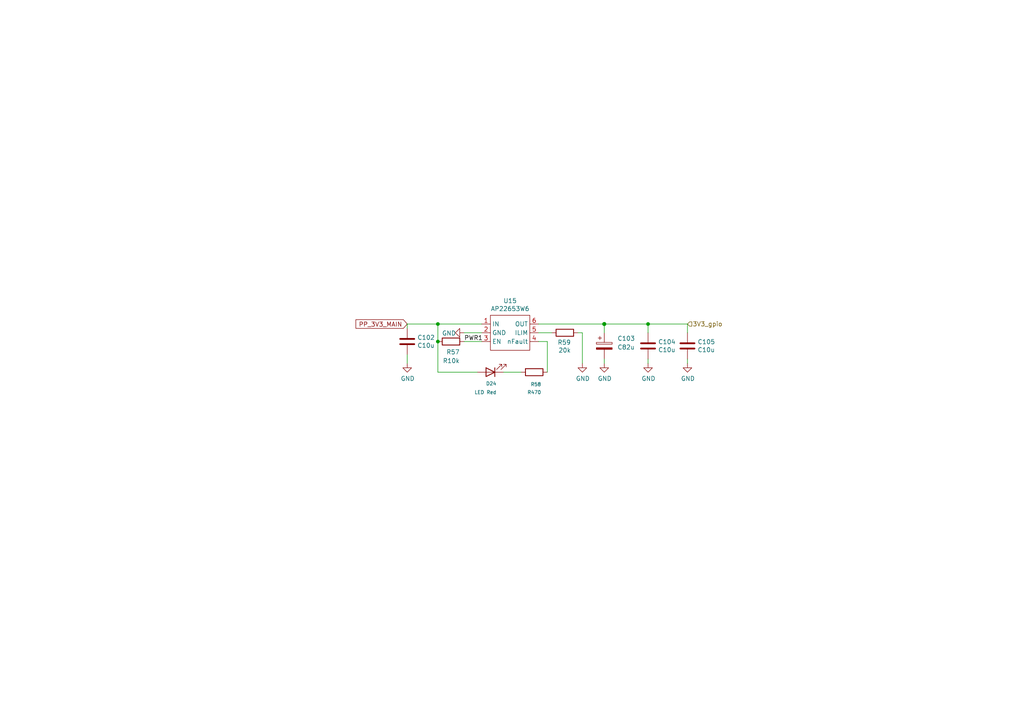
<source format=kicad_sch>
(kicad_sch (version 20231120) (generator "eeschema") (generator_version "8.0")
  (paper "A4")
  (title_block (title "MCU IO Power Protection") (date "2025-02-17") (rev "2.0") (comment 1 "Matthew Guo") (comment 2 "matthew@paisleymicro.com") (comment 3 "Matthew Guo") (comment 4 "matthew@paisleymicro.com") (comment 5 "Firefly-4") (comment 6 "PAISLEY-FC-4") (comment 7 "2025") (comment 8 "Firefly Automation Controller for RPi CM4"))
  (lib_symbols
    (symbol "CM4IO:AP2553W6"
      (property "Reference" "U" (at 3.81 -6.35 0))
      (property "Value" "AP2553W6" (at -3.81 -6.35 0))
      (symbol "AP2553W6_0_0"
        (pin power_in line (at -8.89 2.54 0) (length 2.54) (name "IN") (number "1"))
        (pin power_out line (at -8.89 0 0) (length 2.54) (name "GND") (number "2"))
        (pin input line (at -8.89 -2.54 0) (length 2.54) (name "EN") (number "3"))
        (pin open_collector line (at 7.62 -2.54 180) (length 2.54) (name "nFault") (number "4"))
        (pin passive line (at 7.62 0 180) (length 2.54) (name "ILIM") (number "5"))
        (pin power_out line (at 7.62 2.54 180) (length 2.54) (name "OUT") (number "6"))
      )
      (symbol "AP2553W6_0_1"
        (rectangle (start -6.35 5.08) (end 5.08 -5.08))
      )
    )
    (symbol "Device:C" (pin_numbers hide) (pin_names (offset 0.254))
      (property "Reference" "C" (at 0.635 2.54 0))
      (property "Value" "C" (at 0.635 -2.54 0))
      (symbol "C_0_1"
        (polyline (pts (xy -2.032 -0.762) (xy 2.032 -0.762)) (stroke (width 0.508)))
        (polyline (pts (xy -2.032 0.762) (xy 2.032 0.762)) (stroke (width 0.508)))
      )
      (symbol "C_1_1"
        (pin passive line (at 0 3.81 270) (length 2.794) (name "~") (number "1"))
        (pin passive line (at 0 -3.81 90) (length 2.794) (name "~") (number "2"))
      )
    )
    (symbol "Device:C_Polarized" (pin_numbers hide) (pin_names (offset 0.254))
      (property "Reference" "C" (at 0.635 2.54 0))
      (property "Value" "C_Polarized" (at 0.635 -2.54 0))
      (symbol "C_Polarized_0_1"
        (rectangle (start -2.286 0.508) (end 2.286 1.016))
        (polyline (pts (xy -1.778 2.286) (xy -0.762 2.286)))
        (polyline (pts (xy -1.27 2.794) (xy -1.27 1.778)))
        (rectangle (start 2.286 -0.508) (end -2.286 -1.016) (fill (type outline)))
      )
      (symbol "C_Polarized_1_1"
        (pin passive line (at 0 3.81 270) (length 2.794) (name "~") (number "1"))
        (pin passive line (at 0 -3.81 90) (length 2.794) (name "~") (number "2"))
      )
    )
    (symbol "Device:LED" (pin_numbers hide) (pin_names hide)
      (property "Reference" "D" (at 0 2.54 0))
      (property "Value" "LED" (at 0 -2.54 0))
      (symbol "LED_0_1"
        (polyline (pts (xy -1.27 -1.27) (xy -1.27 1.27)) (stroke (width 0.254)))
        (polyline (pts (xy -1.27 0) (xy 1.27 0)))
        (polyline (pts (xy 1.27 -1.27) (xy 1.27 1.27) (xy -1.27 0) (xy 1.27 -1.27)) (stroke (width 0.254)))
        (polyline (pts (xy -3.048 -0.762) (xy -4.572 -2.286) (xy -3.81 -2.286) (xy -4.572 -2.286) (xy -4.572 -1.524)))
        (polyline (pts (xy -1.778 -0.762) (xy -3.302 -2.286) (xy -2.54 -2.286) (xy -3.302 -2.286) (xy -3.302 -1.524)))
      )
      (symbol "LED_1_1"
        (pin passive line (at -3.81 0 0) (length 2.54) (name "K") (number "1"))
        (pin passive line (at 3.81 0 180) (length 2.54) (name "A") (number "2"))
      )
    )
    (symbol "Device:R" (pin_numbers hide) (pin_names (offset 0))
      (property "Reference" "R" (at 2.032 0 90))
      (property "Value" "R" (at 0 0 90))
      (symbol "R_0_1"
        (rectangle (start -1.016 -2.54) (end 1.016 2.54) (stroke (width 0.254)))
      )
      (symbol "R_1_1"
        (pin passive line (at 0 3.81 270) (length 1.27) (name "~") (number "1"))
        (pin passive line (at 0 -3.81 90) (length 1.27) (name "~") (number "2"))
      )
    )
    (symbol "power:GND" (power) (pin_names (offset 0))
      (property "Value" "GND" (at 0 -3.81 0))
      (symbol "GND_0_1"
        (polyline (pts (xy 0 0) (xy 0 -1.27) (xy 1.27 -1.27) (xy 0 -2.54) (xy -1.27 -1.27) (xy 0 -1.27)))
      )
      (symbol "GND_1_1"
        (pin power_in line (at 0 0 270) (length 0) hide (name "GND") (number "1"))
      )
    )
  )
  (junction (at 175.26 93.98) (diameter 1.016))
  (junction (at 127 93.98))
  (junction (at 187.96 93.98))
  (junction (at 127 99.06))
  (wire (pts (xy 156.21 93.98) (xy 175.26 93.98)))
  (wire (pts (xy 158.75 99.06) (xy 158.75 107.95)))
  (wire (pts (xy 127 93.98) (xy 127 99.06)))
  (wire (pts (xy 156.21 99.06) (xy 158.75 99.06)))
  (wire (pts (xy 199.39 105.41) (xy 199.39 104.14)))
  (wire (pts (xy 127 107.95) (xy 127 99.06)))
  (wire (pts (xy 134.62 99.06) (xy 139.7 99.06)))
  (wire (pts (xy 127 93.98) (xy 139.7 93.98)))
  (wire (pts (xy 118.11 95.25) (xy 118.11 93.98)))
  (wire (pts (xy 175.26 93.98) (xy 175.26 96.52)))
  (wire (pts (xy 138.43 107.95) (xy 127 107.95)))
  (wire (pts (xy 168.91 96.52) (xy 168.91 105.41)))
  (wire (pts (xy 175.26 93.98) (xy 187.96 93.98)))
  (wire (pts (xy 199.39 93.98) (xy 199.39 96.52)))
  (wire (pts (xy 118.11 105.41) (xy 118.11 102.87)))
  (wire (pts (xy 167.64 96.52) (xy 168.91 96.52)))
  (wire (pts (xy 187.96 105.41) (xy 187.96 104.14)))
  (wire (pts (xy 156.21 96.52) (xy 160.02 96.52)))
  (wire (pts (xy 187.96 93.98) (xy 199.39 93.98)))
  (wire (pts (xy 146.05 107.95) (xy 151.13 107.95)))
  (wire (pts (xy 187.96 96.52) (xy 187.96 93.98)))
  (wire (pts (xy 118.11 93.98) (xy 127 93.98)))
  (wire (pts (xy 134.62 96.52) (xy 139.7 96.52)))
  (wire (pts (xy 175.26 105.41) (xy 175.26 104.14)))
  (label "PWR1" (at 134.62 99.06 0))
  (global_label "PP_3V3_MAIN" (shape input) (at 118.11 93.98 180) (property "Intersheetrefs" "${INTERSHEET_REFS}" (effects (hide yes))))
  (hierarchical_label "3V3_gpio" (shape input) (at 199.39 93.98 0))
  (symbol (lib_id "power:GND") (at 175.26 105.41 0) (unit 1)
    (property "Reference" "#PWR075" (effects (hide yes)))
    (property "Value" "GND" (at 175.387 109.8042 0))
  )
  (symbol (lib_id "power:GND") (at 168.91 105.41 0) (unit 1)
    (property "Reference" "#PWR074" (effects (hide yes)))
    (property "Value" "GND" (at 169.037 109.8042 0))
  )
  (symbol (lib_id "Device:C_Polarized") (at 175.26 100.33 0) (unit 1)
    (property "Reference" "C103" (at 179.07 98.171 0) (effects (justify left)))
    (property "Value" "C82u" (at 179.07 100.711 0) (effects (justify left)))
    (property "Footprint" "Capacitor_SMD:CP_Elec_4x5.8" (effects (hide yes)))
  )
  (symbol (lib_id "power:GND") (at 134.62 96.52 270) (unit 1)
    (property "Reference" "#PWR073" (effects (hide yes)))
    (property "Value" "GND" (at 130.2258 96.647 90))
  )
  (symbol (lib_id "CM4IO:AP2553W6") (at 148.59 96.52 0) (unit 1)
    (property "Reference" "U15" (at 147.955 87.249 0))
    (property "Value" "AP22653W6" (at 147.955 89.5604 0))
    (property "Footprint" "Package_TO_SOT_SMD:SOT-23-6" (effects (hide yes)))
  )
  (symbol (lib_id "Device:R") (at 163.83 96.52 90) (unit 1)
    (property "Reference" "R59" (at 165.608 99.314 90) (effects (justify left)))
    (property "Value" "20k" (at 165.608 101.6 90) (effects (justify left)))
    (property "Footprint" "Resistor_SMD:R_0402_1005Metric" (effects (hide yes)))
  )
  (symbol (lib_id "power:GND") (at 118.11 105.41 0) (unit 1)
    (property "Reference" "#PWR072" (effects (hide yes)))
    (property "Value" "GND" (at 118.237 109.8042 0))
  )
  (symbol (lib_id "Device:R") (at 130.81 99.06 90) (mirror x) (unit 1)
    (property "Reference" "R57" (at 133.35 102.108 90) (effects (justify left)))
    (property "Value" "R10k" (at 133.35 104.648 90) (effects (justify left)))
    (property "Footprint" "Resistor_SMD:R_0402_1005Metric" (effects (hide yes)))
  )
  (symbol (lib_id "Device:C") (at 187.96 100.33 0) (unit 1)
    (property "Reference" "C104" (at 190.881 99.1616 0) (effects (justify left)))
    (property "Value" "C10u" (at 190.881 101.473 0) (effects (justify left)))
    (property "Footprint" "Capacitor_SMD:C_0402_1005Metric" (effects (hide yes)))
  )
  (symbol (lib_id "Device:C") (at 118.11 99.06 0) (unit 1)
    (property "Reference" "C102" (at 121.031 97.8916 0) (effects (justify left)))
    (property "Value" "C10u" (at 121.031 100.203 0) (effects (justify left)))
    (property "Footprint" "Capacitor_SMD:C_0402_1005Metric" (effects (hide yes)))
  )
  (symbol (lib_id "power:GND") (at 199.39 105.41 0) (unit 1)
    (property "Reference" "#PWR088" (effects (hide yes)))
    (property "Value" "GND" (at 199.517 109.8042 0))
  )
  (symbol (lib_id "power:GND") (at 187.96 105.41 0) (unit 1)
    (property "Reference" "#PWR077" (effects (hide yes)))
    (property "Value" "GND" (at 188.087 109.8042 0))
  )
  (symbol (lib_id "Device:LED") (at 142.24 107.95 180) (unit 1)
    (property "Reference" "D24" (at 144.018 111.252 0) (effects (font (size 1 1)) (justify left)))
    (property "Value" "LED Red" (at 144.018 113.792 0) (effects (font (size 1 1)) (justify left)))
    (property "Footprint" "LED_SMD:LED_0603_1608Metric" (effects (hide yes)))
  )
  (symbol (lib_id "Device:R") (at 154.94 107.95 90) (mirror x) (unit 1)
    (property "Reference" "R58" (at 156.972 111.4806 90) (effects (font (size 1 1)) (justify left)))
    (property "Value" "R470" (at 156.972 113.792 90) (effects (font (size 1 1)) (justify left)))
    (property "Footprint" "Resistor_SMD:R_0402_1005Metric" (effects (hide yes)))
  )
  (symbol (lib_id "Device:C") (at 199.39 100.33 0) (unit 1)
    (property "Reference" "C105" (at 202.311 99.1616 0) (effects (justify left)))
    (property "Value" "C10u" (at 202.311 101.473 0) (effects (justify left)))
    (property "Footprint" "Capacitor_SMD:C_0402_1005Metric" (effects (hide yes)))
  )
)
</source>
